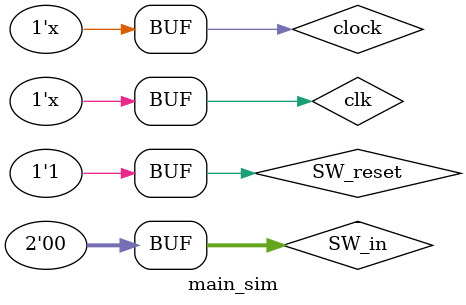
<source format=v>
`timescale 1ns / 1ps

module main_sim(

    );
    reg clock;
    reg [1:0] SW_in;
    reg SW_reset;
    reg clk;
    
    main uut(
        .CLK(clock),
        .SW_in(SW_in),
        .SW_reset(SW_reset),
        .button(clk)
    );
    
    always #1 clock = ~clock;
    always #4000000 clk = ~clk;
    initial begin
        clock = 0;
        clk = 0;
        SW_in = 0;
        SW_reset = 0;
        #8000000;
        SW_reset = 1;
    end
endmodule

</source>
